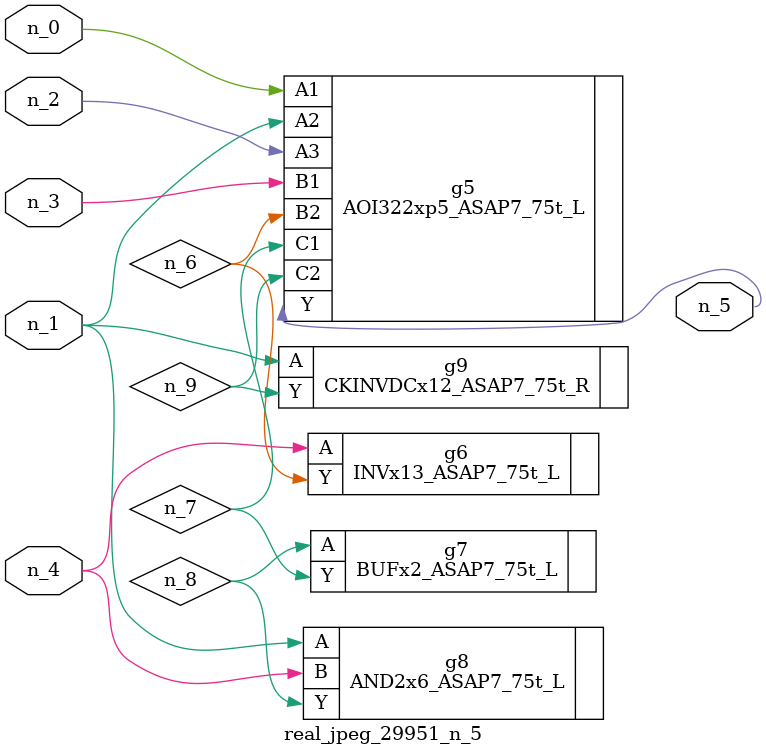
<source format=v>
module real_jpeg_29951_n_5 (n_4, n_0, n_1, n_2, n_3, n_5);

input n_4;
input n_0;
input n_1;
input n_2;
input n_3;

output n_5;

wire n_8;
wire n_6;
wire n_7;
wire n_9;

AOI322xp5_ASAP7_75t_L g5 ( 
.A1(n_0),
.A2(n_1),
.A3(n_2),
.B1(n_3),
.B2(n_6),
.C1(n_7),
.C2(n_9),
.Y(n_5)
);

AND2x6_ASAP7_75t_L g8 ( 
.A(n_1),
.B(n_4),
.Y(n_8)
);

CKINVDCx12_ASAP7_75t_R g9 ( 
.A(n_1),
.Y(n_9)
);

INVx13_ASAP7_75t_L g6 ( 
.A(n_4),
.Y(n_6)
);

BUFx2_ASAP7_75t_L g7 ( 
.A(n_8),
.Y(n_7)
);


endmodule
</source>
